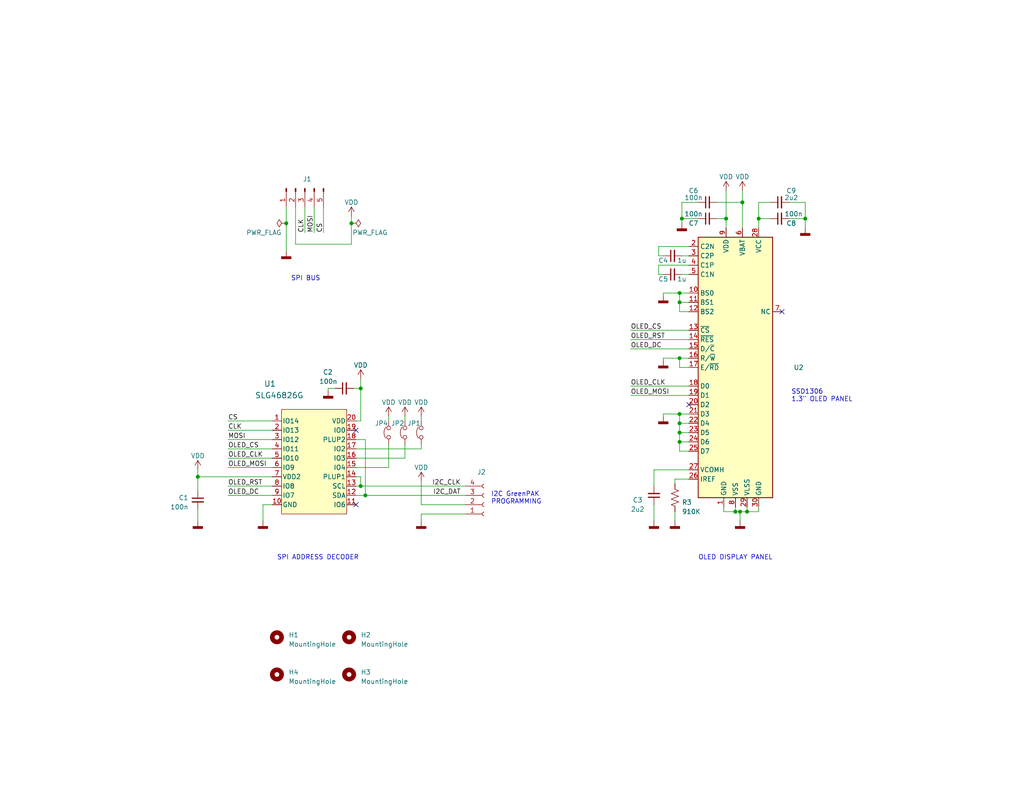
<source format=kicad_sch>
(kicad_sch (version 20230121) (generator eeschema)
  (paper "USLetter")
  (title_block (title "ADDRESSABLE SPI OLED") (rev "0.1"))
  (lib_symbols
    (symbol "Connector:Conn_01x04_Socket" (pin_names (offset 1.016) hide)
      (property "Reference" "J" (at 0 5.08 0))
      (property "Value" "Conn_01x04_Socket" (at 0 -7.62 0))
      (symbol "Conn_01x04_Socket_1_1"
        (arc (start 0 -4.572) (mid -0.5058 -5.08) (end 0 -5.588) (stroke (width 0.1524)))
        (arc (start 0 -2.032) (mid -0.5058 -2.54) (end 0 -3.048) (stroke (width 0.1524)))
        (polyline (pts (xy -1.27 -5.08) (xy -0.508 -5.08)) (stroke (width 0.1524)))
        (polyline (pts (xy -1.27 -2.54) (xy -0.508 -2.54)) (stroke (width 0.1524)))
        (polyline (pts (xy -1.27 0) (xy -0.508 0)) (stroke (width 0.1524)))
        (polyline (pts (xy -1.27 2.54) (xy -0.508 2.54)) (stroke (width 0.1524)))
        (arc (start 0 0.508) (mid -0.5058 0) (end 0 -0.508) (stroke (width 0.1524)))
        (arc (start 0 3.048) (mid -0.5058 2.54) (end 0 2.032) (stroke (width 0.1524)))
        (pin passive line (at -5.08 2.54 0) (length 3.81) (name "Pin_1") (number "1"))
        (pin passive line (at -5.08 0 0) (length 3.81) (name "Pin_2") (number "2"))
        (pin passive line (at -5.08 -2.54 0) (length 3.81) (name "Pin_3") (number "3"))
        (pin passive line (at -5.08 -5.08 0) (length 3.81) (name "Pin_4") (number "4"))
      )
    )
    (symbol "Connector:Conn_01x05_Pin" (pin_names (offset 1.016) hide)
      (property "Reference" "J" (at 0 7.62 0))
      (property "Value" "Conn_01x05_Pin" (at 0 -7.62 0))
      (symbol "Conn_01x05_Pin_1_1"
        (polyline (pts (xy 1.27 -5.08) (xy 0.8636 -5.08)) (stroke (width 0.1524)))
        (polyline (pts (xy 1.27 -2.54) (xy 0.8636 -2.54)) (stroke (width 0.1524)))
        (polyline (pts (xy 1.27 0) (xy 0.8636 0)) (stroke (width 0.1524)))
        (polyline (pts (xy 1.27 2.54) (xy 0.8636 2.54)) (stroke (width 0.1524)))
        (polyline (pts (xy 1.27 5.08) (xy 0.8636 5.08)) (stroke (width 0.1524)))
        (rectangle (start 0.8636 -4.953) (end 0 -5.207) (stroke (width 0.1524)) (fill (type outline)))
        (rectangle (start 0.8636 -2.413) (end 0 -2.667) (stroke (width 0.1524)) (fill (type outline)))
        (rectangle (start 0.8636 0.127) (end 0 -0.127) (stroke (width 0.1524)) (fill (type outline)))
        (rectangle (start 0.8636 2.667) (end 0 2.413) (stroke (width 0.1524)) (fill (type outline)))
        (rectangle (start 0.8636 5.207) (end 0 4.953) (stroke (width 0.1524)) (fill (type outline)))
        (pin passive line (at 5.08 5.08 180) (length 3.81) (name "Pin_1") (number "1"))
        (pin passive line (at 5.08 2.54 180) (length 3.81) (name "Pin_2") (number "2"))
        (pin passive line (at 5.08 0 180) (length 3.81) (name "Pin_3") (number "3"))
        (pin passive line (at 5.08 -2.54 180) (length 3.81) (name "Pin_4") (number "4"))
        (pin passive line (at 5.08 -5.08 180) (length 3.81) (name "Pin_5") (number "5"))
      )
    )
    (symbol "Device:C_Small" (pin_numbers hide) (pin_names (offset 0.254) hide)
      (property "Reference" "C" (at 0.254 1.778 0))
      (property "Value" "C_Small" (at 0.254 -2.032 0))
      (symbol "C_Small_0_1"
        (polyline (pts (xy -1.524 -0.508) (xy 1.524 -0.508)) (stroke (width 0.3302)))
        (polyline (pts (xy -1.524 0.508) (xy 1.524 0.508)) (stroke (width 0.3048)))
      )
      (symbol "C_Small_1_1"
        (pin passive line (at 0 2.54 270) (length 2.032) (name "~") (number "1"))
        (pin passive line (at 0 -2.54 90) (length 2.032) (name "~") (number "2"))
      )
    )
    (symbol "Device:R_US" (pin_numbers hide) (pin_names (offset 0))
      (property "Reference" "R" (at 2.54 0 90))
      (property "Value" "R_US" (at -2.54 0 90))
      (symbol "R_US_0_1"
        (polyline (pts (xy 0 -2.286) (xy 0 -2.54)))
        (polyline (pts (xy 0 2.286) (xy 0 2.54)))
        (polyline (pts (xy 0 -0.762) (xy 1.016 -1.143) (xy 0 -1.524) (xy -1.016 -1.905) (xy 0 -2.286)))
        (polyline (pts (xy 0 0.762) (xy 1.016 0.381) (xy 0 0) (xy -1.016 -0.381) (xy 0 -0.762)))
        (polyline (pts (xy 0 2.286) (xy 1.016 1.905) (xy 0 1.524) (xy -1.016 1.143) (xy 0 0.762)))
      )
      (symbol "R_US_1_1"
        (pin passive line (at 0 3.81 270) (length 1.27) (name "~") (number "1"))
        (pin passive line (at 0 -3.81 90) (length 1.27) (name "~") (number "2"))
      )
    )
    (symbol "Mechanical:MountingHole" (pin_names (offset 1.016))
      (property "Reference" "H" (at 0 5.08 0))
      (property "Value" "MountingHole" (at 0 3.175 0))
      (symbol "MountingHole_0_1"
        (circle (center 0 0) (radius 1.27) (stroke (width 1.27)))
      )
    )
    (symbol "addressable_oled:GND" (power) (pin_names (offset 0))
      (property "Value" "GND" (at 0 -3.175 0))
      (symbol "GND_0_1"
        (rectangle (start -1.27 -1.524) (end 1.27 -2.032) (stroke (width 0.254)) (fill (type outline)))
        (polyline (pts (xy 0 0) (xy 0 -1.524)))
      )
      (symbol "GND_1_1"
        (pin power_in line (at 0 0 270) (length 0) hide (name "GND") (number "1"))
      )
    )
    (symbol "addressable_oled:Jumper_2_Open" (pin_numbers hide) (pin_names (offset 0) hide)
      (property "Reference" "JP" (at 0 2.54 0))
      (symbol "Jumper_2_Open_0_0"
        (circle (center -1.27 0) (radius 0.508))
        (circle (center 1.27 0) (radius 0.508))
      )
      (symbol "Jumper_2_Open_0_1"
        (arc (start 1.524 0.762) (mid 0 1.27) (end -1.524 0.762))
      )
      (symbol "Jumper_2_Open_1_1"
        (pin passive line (at -3.175 0 0) (length 1.27) (name "1") (number "1"))
        (pin passive line (at 3.175 0 180) (length 1.27) (name "2") (number "2"))
      )
    )
    (symbol "addressable_oled:OLED-128O064D"
      (property "Reference" "U" (at -10.16 38.1 0))
      (property "Value" "OLED-128O064D" (at 17.145 38.735 0))
      (symbol "OLED-128O064D_0_1"
        (rectangle (start -10.16 35.56) (end 10.16 -35.56) (stroke (width 0.254)) (fill (type background)))
      )
      (symbol "OLED-128O064D_1_1"
        (pin power_in line (at -3.175 -38.1 90) (length 2.54) (name "GND") (number "1"))
        (pin input line (at -12.7 20.32 0) (length 2.54) (name "BS0") (number "10"))
        (pin input line (at -12.7 17.78 0) (length 2.54) (name "BS1") (number "11"))
        (pin input line (at -12.7 15.24 0) (length 2.54) (name "BS2") (number "12"))
        (pin input line (at -12.7 10.16 0) (length 2.54) (name "~{CS}") (number "13"))
        (pin input line (at -12.7 7.62 0) (length 2.54) (name "~{RES}") (number "14"))
        (pin input line (at -12.7 5.08 0) (length 2.54) (name "D/~{C}") (number "15"))
        (pin input line (at -12.7 2.54 0) (length 2.54) (name "R/~{W}") (number "16"))
        (pin input line (at -12.7 0 0) (length 2.54) (name "E/~{RD}") (number "17"))
        (pin passive line (at -12.7 -5.08 0) (length 2.54) (name "D0") (number "18"))
        (pin passive line (at -12.7 -7.62 0) (length 2.54) (name "D1") (number "19"))
        (pin passive line (at -12.7 33.02 0) (length 2.54) (name "C2N") (number "2"))
        (pin passive line (at -12.7 -10.16 0) (length 2.54) (name "D2") (number "20"))
        (pin passive line (at -12.7 -12.7 0) (length 2.54) (name "D3") (number "21"))
        (pin passive line (at -12.7 -15.24 0) (length 2.54) (name "D4") (number "22"))
        (pin passive line (at -12.7 -17.78 0) (length 2.54) (name "D5") (number "23"))
        (pin passive line (at -12.7 -20.32 0) (length 2.54) (name "D6") (number "24"))
        (pin passive line (at -12.7 -22.86 0) (length 2.54) (name "D7") (number "25"))
        (pin passive line (at -12.7 -30.48 0) (length 2.54) (name "IREF") (number "26"))
        (pin passive line (at -12.7 -27.94 0) (length 2.54) (name "VCOMH") (number "27"))
        (pin passive line (at 6.35 38.1 270) (length 2.54) (name "VCC") (number "28"))
        (pin power_in line (at 3.175 -38.1 90) (length 2.54) (name "VLSS") (number "29"))
        (pin passive line (at -12.7 30.48 0) (length 2.54) (name "C2P") (number "3"))
        (pin passive line (at 6.35 -38.1 90) (length 2.54) (name "GND") (number "30"))
        (pin passive line (at -12.7 27.94 0) (length 2.54) (name "C1P") (number "4"))
        (pin passive line (at -12.7 25.4 0) (length 2.54) (name "C1N") (number "5"))
        (pin power_in line (at 1.905 38.1 270) (length 2.54) (name "VBAT") (number "6"))
        (pin no_connect line (at 10.16 0 180) (length 2.54) hide (name "NC") (number "7"))
        (pin free line (at 12.7 15.24 180) (length 2.54) (name "NC") (number "7"))
        (pin power_in line (at 0 -38.1 90) (length 2.54) (name "VSS") (number "8"))
        (pin power_in line (at -2.54 38.1 270) (length 2.54) (name "VDD") (number "9"))
      )
    )
    (symbol "addressable_oled:SLG46826G" (pin_names (offset 0.254))
      (property "Reference" "U" (at 33.655 16.51 0))
      (property "Value" "SLG46826G" (at 38.1 13.97 0))
      (symbol "SLG46826G_1_1"
        (rectangle (start 7.62 3.175) (end 25.4 -25.4) (fill (type background)))
        (pin bidirectional line (at 5.08 0 0) (length 2.54) (name "IO14") (number "1"))
        (pin input line (at 5.08 -22.86 0) (length 2.54) (name "GND") (number "10"))
        (pin bidirectional line (at 27.94 -22.86 180) (length 2.54) (name "IO6") (number "11"))
        (pin bidirectional line (at 27.94 -20.32 180) (length 2.54) (name "SDA") (number "12"))
        (pin input line (at 27.94 -17.78 180) (length 2.54) (name "SCL") (number "13"))
        (pin bidirectional line (at 27.94 -15.24 180) (length 2.54) (name "PLUP1") (number "14"))
        (pin bidirectional line (at 27.94 -12.7 180) (length 2.54) (name "IO4") (number "15"))
        (pin bidirectional line (at 27.94 -10.16 180) (length 2.54) (name "IO3") (number "16"))
        (pin bidirectional line (at 27.94 -7.62 180) (length 2.54) (name "IO2") (number "17"))
        (pin bidirectional line (at 27.94 -5.08 180) (length 2.54) (name "PLUP2") (number "18"))
        (pin bidirectional line (at 27.94 -2.54 180) (length 2.54) (name "IO0") (number "19"))
        (pin bidirectional line (at 5.08 -2.54 0) (length 2.54) (name "IO13") (number "2"))
        (pin power_in line (at 27.94 0 180) (length 2.54) (name "VDD") (number "20"))
        (pin bidirectional line (at 5.08 -5.08 0) (length 2.54) (name "IO12") (number "3"))
        (pin bidirectional line (at 5.08 -7.62 0) (length 2.54) (name "IO11") (number "4"))
        (pin bidirectional line (at 5.08 -10.16 0) (length 2.54) (name "IO10") (number "5"))
        (pin bidirectional line (at 5.08 -12.7 0) (length 2.54) (name "IO9") (number "6"))
        (pin power_in line (at 5.08 -15.24 0) (length 2.54) (name "VDD2") (number "7"))
        (pin bidirectional line (at 5.08 -17.78 0) (length 2.54) (name "IO8") (number "8"))
        (pin bidirectional line (at 5.08 -20.32 0) (length 2.54) (name "IO7") (number "9"))
      )
    )
    (symbol "power:PWR_FLAG" (power) (pin_numbers hide) (pin_names (offset 0) hide)
      (property "Value" "PWR_FLAG" (at 0 3.81 0))
      (symbol "PWR_FLAG_0_0"
        (pin power_out line (at 0 0 90) (length 0) (name "pwr") (number "1"))
      )
      (symbol "PWR_FLAG_0_1"
        (polyline (pts (xy 0 0) (xy 0 1.27) (xy -1.016 1.905) (xy 0 2.54) (xy 1.016 1.905) (xy 0 1.27)))
      )
    )
    (symbol "power:VDD" (power) (pin_names (offset 0))
      (property "Value" "VDD" (at 0 3.81 0))
      (symbol "VDD_0_1"
        (polyline (pts (xy -0.762 1.27) (xy 0 2.54)))
        (polyline (pts (xy 0 0) (xy 0 2.54)))
        (polyline (pts (xy 0 2.54) (xy 0.762 1.27)))
      )
      (symbol "VDD_1_1"
        (pin power_in line (at 0 0 90) (length 0) hide (name "VDD") (number "1"))
      )
    )
  )
  (junction (at 185.42 113.03))
  (junction (at 95.885 60.96))
  (junction (at 185.42 97.79))
  (junction (at 200.66 139.7))
  (junction (at 98.425 132.715))
  (junction (at 185.42 120.65))
  (junction (at 185.42 118.11))
  (junction (at 201.93 139.7))
  (junction (at 207.01 59.69))
  (junction (at 53.975 130.175))
  (junction (at 185.42 80.01))
  (junction (at 219.71 59.69))
  (junction (at 185.42 82.55))
  (junction (at 78.105 60.96))
  (junction (at 99.695 135.255))
  (junction (at 185.42 115.57))
  (junction (at 202.565 55.245))
  (junction (at 98.425 106.045))
  (junction (at 203.835 139.7))
  (junction (at 186.055 59.69))
  (junction (at 198.12 59.69))
  (no_connect (at 97.155 137.795))
  (no_connect (at 187.96 110.49))
  (no_connect (at 213.36 85.09))
  (no_connect (at 97.155 117.475))
  (wire (pts (xy 180.975 69.85) (xy 179.705 69.85)))
  (wire (pts (xy 179.705 69.85) (xy 179.705 67.31)))
  (wire (pts (xy 187.96 97.79) (xy 185.42 97.79)))
  (wire (pts (xy 97.155 120.015) (xy 99.695 120.015)))
  (wire (pts (xy 80.645 56.515) (xy 80.645 66.675)))
  (wire (pts (xy 127 137.795) (xy 114.935 137.795)))
  (wire (pts (xy 97.155 130.175) (xy 98.425 130.175)))
  (wire (pts (xy 85.725 56.515) (xy 85.725 63.5)))
  (wire (pts (xy 172.085 90.17) (xy 187.96 90.17)))
  (wire (pts (xy 97.155 132.715) (xy 98.425 132.715)))
  (wire (pts (xy 202.565 55.245) (xy 202.565 62.23)))
  (wire (pts (xy 97.155 135.255) (xy 99.695 135.255)))
  (wire (pts (xy 114.935 140.335) (xy 114.935 142.24)))
  (wire (pts (xy 185.42 82.55) (xy 187.96 82.55)))
  (wire (pts (xy 62.23 132.715) (xy 74.295 132.715)))
  (wire (pts (xy 83.185 56.515) (xy 83.185 63.5)))
  (wire (pts (xy 62.23 125.095) (xy 74.295 125.095)))
  (wire (pts (xy 172.085 107.95) (xy 187.96 107.95)))
  (wire (pts (xy 95.885 66.675) (xy 95.885 60.96)))
  (wire (pts (xy 172.085 105.41) (xy 187.96 105.41)))
  (wire (pts (xy 53.975 139.065) (xy 53.975 142.24)))
  (wire (pts (xy 62.23 135.255) (xy 74.295 135.255)))
  (wire (pts (xy 185.42 82.55) (xy 185.42 80.01)))
  (wire (pts (xy 95.885 60.96) (xy 95.885 59.055)))
  (wire (pts (xy 96.52 106.045) (xy 98.425 106.045)))
  (wire (pts (xy 187.96 123.19) (xy 185.42 123.19)))
  (wire (pts (xy 203.835 138.43) (xy 203.835 139.7)))
  (wire (pts (xy 62.23 127.635) (xy 74.295 127.635)))
  (wire (pts (xy 185.42 115.57) (xy 185.42 113.03)))
  (wire (pts (xy 89.535 106.045) (xy 89.535 106.68)))
  (wire (pts (xy 98.425 106.045) (xy 98.425 114.935)))
  (wire (pts (xy 53.975 130.175) (xy 53.975 133.985)))
  (wire (pts (xy 114.935 131.445) (xy 114.935 137.795)))
  (wire (pts (xy 62.23 117.475) (xy 74.295 117.475)))
  (wire (pts (xy 80.645 66.675) (xy 95.885 66.675)))
  (wire (pts (xy 202.565 52.07) (xy 202.565 55.245)))
  (wire (pts (xy 97.155 122.555) (xy 114.935 122.555)))
  (wire (pts (xy 62.23 120.015) (xy 74.295 120.015)))
  (wire (pts (xy 78.105 60.96) (xy 78.105 68.58)))
  (wire (pts (xy 185.42 97.79) (xy 185.42 100.33)))
  (wire (pts (xy 197.485 138.43) (xy 197.485 139.7)))
  (wire (pts (xy 178.435 128.27) (xy 178.435 132.715)))
  (wire (pts (xy 62.23 122.555) (xy 74.295 122.555)))
  (wire (pts (xy 207.01 59.69) (xy 207.01 62.23)))
  (wire (pts (xy 185.42 118.11) (xy 187.96 118.11)))
  (wire (pts (xy 53.975 128.27) (xy 53.975 130.175)))
  (wire (pts (xy 97.155 125.095) (xy 110.49 125.095)))
  (wire (pts (xy 179.705 74.93) (xy 180.975 74.93)))
  (wire (pts (xy 185.42 120.65) (xy 185.42 118.11)))
  (wire (pts (xy 180.975 80.01) (xy 180.975 80.645)))
  (wire (pts (xy 185.42 113.03) (xy 187.96 113.03)))
  (wire (pts (xy 219.71 59.69) (xy 219.71 62.23)))
  (wire (pts (xy 187.96 130.81) (xy 184.15 130.81)))
  (wire (pts (xy 97.155 114.935) (xy 98.425 114.935)))
  (wire (pts (xy 179.705 67.31) (xy 187.96 67.31)))
  (wire (pts (xy 210.185 55.245) (xy 207.01 55.245)))
  (wire (pts (xy 99.695 120.015) (xy 99.695 135.255)))
  (wire (pts (xy 179.705 72.39) (xy 179.705 74.93)))
  (wire (pts (xy 198.12 59.69) (xy 198.12 62.23)))
  (wire (pts (xy 62.23 114.935) (xy 74.295 114.935)))
  (wire (pts (xy 180.975 113.03) (xy 180.975 113.665)))
  (wire (pts (xy 71.755 137.795) (xy 71.755 142.24)))
  (wire (pts (xy 98.425 132.715) (xy 127 132.715)))
  (wire (pts (xy 210.185 59.69) (xy 207.01 59.69)))
  (wire (pts (xy 99.695 135.255) (xy 127 135.255)))
  (wire (pts (xy 203.835 139.7) (xy 207.01 139.7)))
  (wire (pts (xy 172.085 92.71) (xy 187.96 92.71)))
  (wire (pts (xy 185.42 120.65) (xy 187.96 120.65)))
  (wire (pts (xy 172.085 95.25) (xy 187.96 95.25)))
  (wire (pts (xy 184.15 130.81) (xy 184.15 132.08)))
  (wire (pts (xy 198.12 52.07) (xy 198.12 59.69)))
  (wire (pts (xy 98.425 130.175) (xy 98.425 132.715)))
  (wire (pts (xy 215.265 59.69) (xy 219.71 59.69)))
  (wire (pts (xy 184.15 139.7) (xy 184.15 142.24)))
  (wire (pts (xy 186.055 59.69) (xy 190.5 59.69)))
  (wire (pts (xy 201.93 139.7) (xy 203.835 139.7)))
  (wire (pts (xy 207.01 55.245) (xy 207.01 59.69)))
  (wire (pts (xy 215.265 55.245) (xy 219.71 55.245)))
  (wire (pts (xy 114.935 113.665) (xy 114.935 114.935)))
  (wire (pts (xy 186.055 74.93) (xy 187.96 74.93)))
  (wire (pts (xy 195.58 55.245) (xy 202.565 55.245)))
  (wire (pts (xy 74.295 130.175) (xy 53.975 130.175)))
  (wire (pts (xy 195.58 59.69) (xy 198.12 59.69)))
  (wire (pts (xy 98.425 103.505) (xy 98.425 106.045)))
  (wire (pts (xy 97.155 127.635) (xy 106.045 127.635)))
  (wire (pts (xy 106.045 113.665) (xy 106.045 114.935)))
  (wire (pts (xy 91.44 106.045) (xy 89.535 106.045)))
  (wire (pts (xy 180.975 113.03) (xy 185.42 113.03)))
  (wire (pts (xy 186.055 69.85) (xy 187.96 69.85)))
  (wire (pts (xy 185.42 85.09) (xy 185.42 82.55)))
  (wire (pts (xy 200.66 138.43) (xy 200.66 139.7)))
  (wire (pts (xy 197.485 139.7) (xy 200.66 139.7)))
  (wire (pts (xy 185.42 118.11) (xy 185.42 115.57)))
  (wire (pts (xy 219.71 55.245) (xy 219.71 59.69)))
  (wire (pts (xy 185.42 115.57) (xy 187.96 115.57)))
  (wire (pts (xy 180.975 97.79) (xy 180.975 98.425)))
  (wire (pts (xy 186.055 55.245) (xy 186.055 59.69)))
  (wire (pts (xy 185.42 80.01) (xy 180.975 80.01)))
  (wire (pts (xy 187.96 72.39) (xy 179.705 72.39)))
  (wire (pts (xy 201.93 139.7) (xy 201.93 142.24)))
  (wire (pts (xy 78.105 56.515) (xy 78.105 60.96)))
  (wire (pts (xy 114.935 122.555) (xy 114.935 121.285)))
  (wire (pts (xy 186.055 59.69) (xy 186.055 60.96)))
  (wire (pts (xy 110.49 125.095) (xy 110.49 121.285)))
  (wire (pts (xy 190.5 55.245) (xy 186.055 55.245)))
  (wire (pts (xy 185.42 80.01) (xy 187.96 80.01)))
  (wire (pts (xy 207.01 139.7) (xy 207.01 138.43)))
  (wire (pts (xy 127 140.335) (xy 114.935 140.335)))
  (wire (pts (xy 178.435 137.795) (xy 178.435 142.24)))
  (wire (pts (xy 106.045 127.635) (xy 106.045 121.285)))
  (wire (pts (xy 110.49 113.665) (xy 110.49 114.935)))
  (wire (pts (xy 185.42 97.79) (xy 180.975 97.79)))
  (wire (pts (xy 187.96 100.33) (xy 185.42 100.33)))
  (wire (pts (xy 88.265 56.515) (xy 88.265 63.5)))
  (wire (pts (xy 200.66 139.7) (xy 201.93 139.7)))
  (wire (pts (xy 178.435 128.27) (xy 187.96 128.27)))
  (wire (pts (xy 187.96 85.09) (xy 185.42 85.09)))
  (wire (pts (xy 185.42 123.19) (xy 185.42 120.65)))
  (wire (pts (xy 74.295 137.795) (xy 71.755 137.795)))
  (text "SSD1306\n1.3\" OLED PANEL" (at 215.9 109.855 0) (effects (font (size 1.27 1.27)) (justify left bottom)))
  (text "I2C GreenPAK\nPROGRAMMING" (at 133.985 137.795 0) (effects (font (size 1.27 1.27)) (justify left bottom)))
  (text "SPI BUS" (at 79.375 76.835 0) (effects (font (size 1.27 1.27)) (justify left bottom)))
  (text "OLED DISPLAY PANEL" (at 190.5 153.035 0) (effects (font (size 1.27 1.27)) (justify left bottom)))
  (text "SPI ADDRESS DECODER" (at 75.565 153.035 0) (effects (font (size 1.27 1.27)) (justify left bottom)))
  (label "CLK" (at 83.185 63.5 90))
  (label "OLED_MOSI" (at 62.23 127.635 0))
  (label "MOSI" (at 85.725 63.5 90))
  (label "OLED_RST" (at 62.23 132.715 0))
  (label "OLED_CLK" (at 62.23 125.095 0))
  (label "OLED_DC" (at 62.23 135.255 0))
  (label "MOSI" (at 62.23 120.015 0))
  (label "OLED_MOSI" (at 172.085 107.95 0))
  (label "OLED_CLK" (at 172.085 105.41 0))
  (label "CLK" (at 62.23 117.475 0))
  (label "CS" (at 62.23 114.935 0))
  (label "OLED_CS" (at 172.085 90.17 0))
  (label "CS" (at 88.265 63.5 90))
  (label "I2C_CLK" (at 125.73 132.715 180))
  (label "OLED_DC" (at 172.085 95.25 0))
  (label "OLED_RST" (at 172.085 92.71 0))
  (label "OLED_CS" (at 62.23 122.555 0))
  (label "I2C_DAT" (at 125.73 135.255 180))
  (symbol (lib_id "addressable_oled:Jumper_2_Open") (at 110.49 118.11 90) (unit 1)
    (property "Reference" "JP2" (at 106.68 115.57 90) (effects (justify right)))
    (property "Value" "Jumper_2_Open" (effects hide))
    (property "Footprint" "addressable_oled:SolderJumper-2_P1.3mm_Open_Pad1.0x1.5mm" (effects hide))
  )
  (symbol (lib_id "addressable_oled:GND") (at 178.435 142.24 0) (unit 1)
    (property "Reference" "#PWR014" (effects hide))
    (property "Value" "GND" (effects hide))
  )
  (symbol (lib_id "Device:R_US") (at 184.15 135.89 0) (unit 1)
    (property "Reference" "R3" (at 186.055 137.16 0) (effects (justify left)))
    (property "Value" "910K" (at 186.055 139.7 0) (effects (justify left)))
    (property "Footprint" "addressable_oled:R_0603_1608Metric" (effects hide))
  )
  (symbol (lib_id "addressable_oled:GND") (at 180.975 113.665 0) (unit 1)
    (property "Reference" "#PWR017" (effects hide))
    (property "Value" "GND" (effects hide))
  )
  (symbol (lib_id "power:VDD") (at 114.935 113.665 0) (unit 1)
    (property "Reference" "#PWR010" (effects hide))
    (property "Value" "VDD" (at 114.935 109.855 0))
  )
  (symbol (lib_id "addressable_oled:GND") (at 184.15 142.24 0) (unit 1)
    (property "Reference" "#PWR018" (effects hide))
    (property "Value" "GND" (effects hide))
  )
  (symbol (lib_id "Device:C_Small") (at 178.435 135.255 180) (unit 1)
    (property "Reference" "C3" (at 173.99 136.525 0))
    (property "Value" "2u2" (at 173.99 139.065 0))
    (property "Footprint" "addressable_oled:C_0603_1608Metric" (effects hide))
  )
  (symbol (lib_id "Connector:Conn_01x05_Pin") (at 83.185 51.435 90) (mirror x) (unit 1)
    (property "Reference" "J1" (at 83.82 48.895 90))
    (property "Value" "Conn_01x05_Pin" (effects hide))
    (property "Footprint" "addressable_oled:PinHeader_1x05_P2.54mm_Vertical" (effects hide))
  )
  (symbol (lib_id "Device:C_Small") (at 193.04 59.69 90) (unit 1)
    (property "Reference" "C7" (at 189.23 60.96 90))
    (property "Value" "100n" (at 189.23 58.42 90))
    (property "Footprint" "addressable_oled:C_0603_1608Metric" (effects hide))
  )
  (symbol (lib_id "addressable_oled:GND") (at 114.935 142.24 0) (unit 1)
    (property "Reference" "#PWR011" (effects hide))
    (property "Value" "GND" (effects hide))
  )
  (symbol (lib_id "addressable_oled:GND") (at 219.71 62.23 0) (unit 1)
    (property "Reference" "#PWR023" (effects hide))
    (property "Value" "GND" (effects hide))
  )
  (symbol (lib_id "power:VDD") (at 114.935 131.445 0) (unit 1)
    (property "Reference" "#PWR012" (effects hide))
    (property "Value" "VDD" (at 114.935 127.635 0))
  )
  (symbol (lib_id "Mechanical:MountingHole") (at 95.25 184.15 0) (unit 1)
    (property "Reference" "H3" (at 98.425 183.515 0) (effects (justify left)))
    (property "Value" "MountingHole" (at 98.425 186.055 0) (effects (justify left)))
    (property "Footprint" "addressable_oled:MountingHole" (effects hide))
  )
  (symbol (lib_id "Mechanical:MountingHole") (at 75.565 184.15 0) (unit 1)
    (property "Reference" "H4" (at 78.74 183.515 0) (effects (justify left)))
    (property "Value" "MountingHole" (at 78.74 186.055 0) (effects (justify left)))
    (property "Footprint" "addressable_oled:MountingHole" (effects hide))
  )
  (symbol (lib_id "power:VDD") (at 198.12 52.07 0) (unit 1)
    (property "Reference" "#PWR020" (effects hide))
    (property "Value" "VDD" (at 198.12 48.26 0))
  )
  (symbol (lib_id "power:PWR_FLAG") (at 95.885 60.96 270) (unit 1)
    (property "Reference" "#FLG02" (effects hide))
    (property "Value" "PWR_FLAG" (at 100.965 63.5 90))
  )
  (symbol (lib_id "Device:C_Small") (at 193.04 55.245 90) (unit 1)
    (property "Reference" "C6" (at 189.23 52.07 90))
    (property "Value" "100n" (at 189.23 53.975 90))
    (property "Footprint" "addressable_oled:C_0603_1608Metric" (effects hide))
  )
  (symbol (lib_id "addressable_oled:OLED-128O064D") (at 200.66 100.33 0) (unit 1)
    (property "Reference" "U2" (at 216.535 100.33 0) (effects (justify left)))
    (property "Value" "OLED-128O064D" (effects hide))
    (property "Footprint" "addressable_oled:OLED-128O064D" (effects hide))
    (property "Datasheet" "https://www.vishay.com/docs/37902/oled128o064dbpp3n00000.pdf" (effects hide))
  )
  (symbol (lib_id "power:VDD") (at 202.565 52.07 0) (unit 1)
    (property "Reference" "#PWR022" (effects hide))
    (property "Value" "VDD" (at 202.565 48.26 0))
  )
  (symbol (lib_id "power:VDD") (at 53.975 128.27 0) (unit 1)
    (property "Reference" "#PWR01" (effects hide))
    (property "Value" "VDD" (at 53.975 124.46 0))
  )
  (symbol (lib_id "addressable_oled:GND") (at 78.105 68.58 0) (unit 1)
    (property "Reference" "#PWR03" (effects hide))
    (property "Value" "GND" (effects hide))
  )
  (symbol (lib_id "Device:C_Small") (at 183.515 69.85 90) (unit 1)
    (property "Reference" "C4" (at 180.975 71.12 90))
    (property "Value" "1u" (at 186.055 71.12 90))
    (property "Footprint" "addressable_oled:C_0603_1608Metric" (effects hide))
  )
  (symbol (lib_id "addressable_oled:Jumper_2_Open") (at 114.935 118.11 90) (unit 1)
    (property "Reference" "JP1" (at 111.125 115.57 90) (effects (justify right)))
    (property "Value" "Jumper_2_Open" (effects hide))
    (property "Footprint" "addressable_oled:SolderJumper-2_P1.3mm_Open_Pad1.0x1.5mm" (effects hide))
  )
  (symbol (lib_id "addressable_oled:GND") (at 201.93 142.24 0) (unit 1)
    (property "Reference" "#PWR021" (effects hide))
    (property "Value" "GND" (effects hide))
  )
  (symbol (lib_id "Mechanical:MountingHole") (at 75.565 173.99 0) (unit 1)
    (property "Reference" "H1" (at 78.74 173.355 0) (effects (justify left)))
    (property "Value" "MountingHole" (at 78.74 175.895 0) (effects (justify left)))
    (property "Footprint" "addressable_oled:MountingHole" (effects hide))
  )
  (symbol (lib_id "Connector:Conn_01x04_Socket") (at 132.08 137.795 0) (mirror x) (unit 1)
    (property "Reference" "J2" (at 130.175 128.905 0) (effects (justify left)))
    (property "Value" "Conn_01x03_Socket" (effects hide))
    (property "Footprint" "addressable_oled:PinHeader_1x04_P2.54mm_Vertical" (effects hide))
  )
  (symbol (lib_id "addressable_oled:GND") (at 186.055 60.96 0) (unit 1)
    (property "Reference" "#PWR019" (effects hide))
    (property "Value" "GND" (effects hide))
  )
  (symbol (lib_id "addressable_oled:SLG46826G") (at 69.215 114.935 0) (unit 1)
    (property "Reference" "U1" (at 73.66 104.775 0) (effects (font (size 1.524 1.524))))
    (property "Value" "SLG46826G" (at 76.2 107.95 0) (effects (font (size 1.524 1.524))))
    (property "Footprint" "addressable_oled:TSSOP20_MO-220_WECE_REN" (effects hide))
    (property "Datasheet" "SLG46826G" (effects hide))
  )
  (symbol (lib_id "addressable_oled:GND") (at 180.975 98.425 0) (unit 1)
    (property "Reference" "#PWR016" (effects hide))
    (property "Value" "GND" (effects hide))
  )
  (symbol (lib_id "power:VDD") (at 98.425 103.505 0) (unit 1)
    (property "Reference" "#PWR07" (effects hide))
    (property "Value" "VDD" (at 98.425 99.695 0))
  )
  (symbol (lib_id "Device:C_Small") (at 212.725 59.69 90) (unit 1)
    (property "Reference" "C8" (at 215.9 60.96 90))
    (property "Value" "100n" (at 216.535 58.42 90))
    (property "Footprint" "addressable_oled:C_0603_1608Metric" (effects hide))
  )
  (symbol (lib_id "power:VDD") (at 95.885 59.055 0) (unit 1)
    (property "Reference" "#PWR05" (effects hide))
    (property "Value" "VDD" (at 95.885 55.245 0))
  )
  (symbol (lib_id "Device:C_Small") (at 212.725 55.245 90) (unit 1)
    (property "Reference" "C9" (at 215.9 52.07 90))
    (property "Value" "2u2" (at 215.9 53.975 90))
    (property "Footprint" "addressable_oled:C_0603_1608Metric" (effects hide))
  )
  (symbol (lib_id "addressable_oled:GND") (at 71.755 142.24 0) (unit 1)
    (property "Reference" "#PWR04" (effects hide))
    (property "Value" "GND" (effects hide))
  )
  (symbol (lib_id "Mechanical:MountingHole") (at 95.25 173.99 0) (unit 1)
    (property "Reference" "H2" (at 98.425 173.355 0) (effects (justify left)))
    (property "Value" "MountingHole" (at 98.425 175.895 0) (effects (justify left)))
    (property "Footprint" "addressable_oled:MountingHole" (effects hide))
  )
  (symbol (lib_id "Device:C_Small") (at 53.975 136.525 0) (mirror y) (unit 1)
    (property "Reference" "C1" (at 51.435 135.8963 0) (effects (justify left)))
    (property "Value" "100n" (at 51.435 138.4363 0) (effects (justify left)))
    (property "Footprint" "addressable_oled:C_0603_1608Metric" (effects hide))
  )
  (symbol (lib_id "power:VDD") (at 110.49 113.665 0) (unit 1)
    (property "Reference" "#PWR09" (effects hide))
    (property "Value" "VDD" (at 110.49 109.855 0))
  )
  (symbol (lib_id "Device:C_Small") (at 183.515 74.93 90) (unit 1)
    (property "Reference" "C5" (at 180.975 76.2 90))
    (property "Value" "1u" (at 186.055 76.2 90))
    (property "Footprint" "addressable_oled:C_0603_1608Metric" (effects hide))
  )
  (symbol (lib_id "addressable_oled:GND") (at 180.975 80.645 0) (unit 1)
    (property "Reference" "#PWR015" (effects hide))
    (property "Value" "GND" (effects hide))
  )
  (symbol (lib_id "power:VDD") (at 106.045 113.665 0) (unit 1)
    (property "Reference" "#PWR08" (effects hide))
    (property "Value" "VDD" (at 106.045 109.855 0))
  )
  (symbol (lib_id "addressable_oled:GND") (at 89.535 106.68 0) (unit 1)
    (property "Reference" "#PWR06" (effects hide))
    (property "Value" "GND" (effects hide))
  )
  (symbol (lib_id "power:PWR_FLAG") (at 78.105 60.96 90) (unit 1)
    (property "Reference" "#FLG01" (effects hide))
    (property "Value" "PWR_FLAG" (at 76.835 63.5 90) (effects (justify left)))
  )
  (symbol (lib_id "addressable_oled:GND") (at 53.975 142.24 0) (unit 1)
    (property "Reference" "#PWR02" (effects hide))
    (property "Value" "GND" (effects hide))
  )
  (symbol (lib_id "addressable_oled:Jumper_2_Open") (at 106.045 118.11 90) (unit 1)
    (property "Reference" "JP4" (at 102.235 115.57 90) (effects (justify right)))
    (property "Value" "Jumper_2_Open" (effects hide))
    (property "Footprint" "addressable_oled:SolderJumper-2_P1.3mm_Open_Pad1.0x1.5mm" (effects hide))
  )
  (symbol (lib_id "Device:C_Small") (at 93.98 106.045 90) (unit 1)
    (property "Reference" "C2" (at 90.805 101.6 90) (effects (justify left)))
    (property "Value" "100n" (at 92.075 104.14 90) (effects (justify left)))
    (property "Footprint" "addressable_oled:C_0603_1608Metric" (effects hide))
  )
)
</source>
